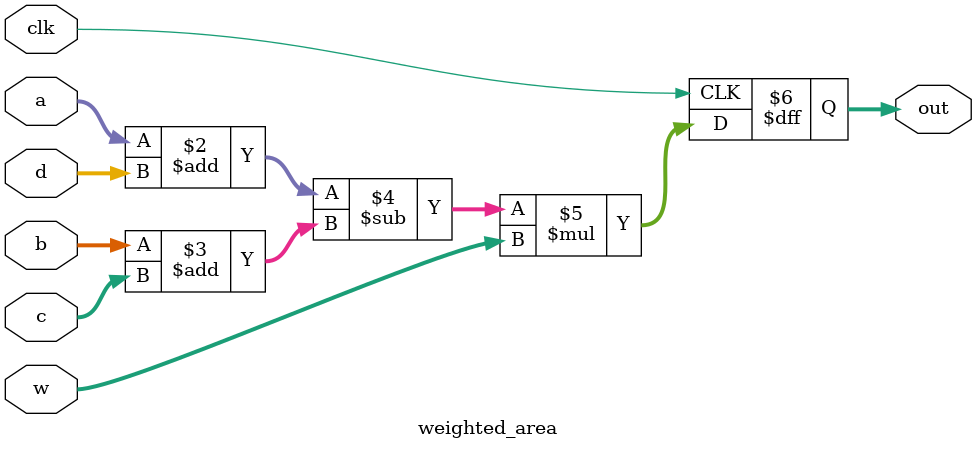
<source format=v>
`timescale 1ns / 1ps


module weighted_area(
    input clk,
    input [15:0] a,
    input [15:0] b,
    input [15:0] c,
    input [15:0] d,
    input signed [15:0] w,
    output reg signed [17:0] out
    );
    reg [16:0] sum1,sum2;
     always @(posedge clk) begin
        sum1 = a + d;
        sum2 = b + c;
        out <= (sum1 - sum2) * w; 
    end
endmodule

</source>
